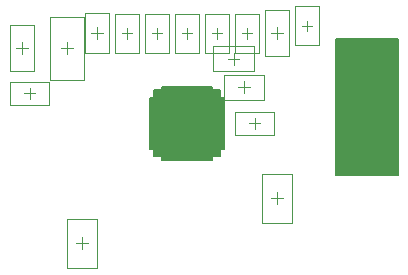
<source format=gbr>
G04*
G04 #@! TF.GenerationSoftware,Altium Limited,Altium Designer,24.0.1 (36)*
G04*
G04 Layer_Color=32768*
%FSLAX25Y25*%
%MOIN*%
G70*
G04*
G04 #@! TF.SameCoordinates,852D5C1C-0582-447D-AFC5-A22B4F0E1159*
G04*
G04*
G04 #@! TF.FilePolarity,Positive*
G04*
G01*
G75*
%ADD10C,0.00600*%
%ADD60C,0.00394*%
%ADD61C,0.00197*%
G36*
X144110Y198950D02*
X141450D01*
Y201610D01*
X140250D01*
Y218390D01*
X141450D01*
Y221050D01*
X144110D01*
Y222250D01*
X160890D01*
Y221050D01*
X163550D01*
Y218390D01*
X164750D01*
Y201610D01*
X163550D01*
Y198950D01*
X160890D01*
Y197750D01*
X144110D01*
Y198950D01*
D02*
G37*
G36*
X202250Y192644D02*
Y238144D01*
X222750D01*
Y192644D01*
X202250D01*
D02*
G37*
D10*
X141450Y198950D02*
X144110D01*
Y197750D02*
Y198950D01*
Y197750D02*
X160890D01*
Y198950D01*
X163550D01*
Y201610D01*
X164750D01*
Y218390D01*
X163550D02*
X164750D01*
X163550D02*
Y221050D01*
X160890D02*
X163550D01*
X160890D02*
Y222250D01*
X144110D02*
X160890D01*
X144110Y221050D02*
Y222250D01*
X141450Y221050D02*
X144110D01*
X141450Y218390D02*
Y221050D01*
X140250Y218390D02*
X141450D01*
X140250Y201610D02*
Y218390D01*
Y201610D02*
X141450D01*
Y198950D02*
Y201610D01*
X202250Y238144D02*
X222750D01*
Y192644D02*
Y238144D01*
X202250Y192644D02*
X222750D01*
X202250D02*
Y238144D01*
D60*
X117500Y168032D02*
Y171968D01*
X115532Y170000D02*
X119468D01*
X171500Y220031D02*
Y223969D01*
X169532Y222000D02*
X173468D01*
X166032Y231500D02*
X169968D01*
X168000Y229532D02*
Y233469D01*
X173228Y210000D02*
X176772D01*
X175000Y208228D02*
Y211772D01*
X180532Y185000D02*
X184468D01*
X182500Y183031D02*
Y186969D01*
X152500Y238228D02*
Y241772D01*
X150728Y240000D02*
X154272D01*
X192500Y240728D02*
Y244272D01*
X190728Y242500D02*
X194272D01*
X95531Y235000D02*
X99468D01*
X97500Y233032D02*
Y236968D01*
X180532Y240000D02*
X184468D01*
X182500Y238032D02*
Y241968D01*
X98228Y220000D02*
X101772D01*
X100000Y218228D02*
Y221772D01*
X112500Y233032D02*
Y236968D01*
X110531Y235000D02*
X114469D01*
X172500Y238228D02*
Y241772D01*
X170728Y240000D02*
X174272D01*
X132500Y238228D02*
Y241772D01*
X130728Y240000D02*
X134272D01*
X122500Y238032D02*
Y241968D01*
X120531Y240000D02*
X124469D01*
X142500Y238228D02*
Y241772D01*
X140728Y240000D02*
X144272D01*
X162500Y238228D02*
Y241772D01*
X160728Y240000D02*
X164272D01*
D61*
X112579Y161732D02*
X122421D01*
X112579Y178268D02*
X122421D01*
X112579Y161732D02*
Y178268D01*
X122421Y161732D02*
Y178268D01*
X164807Y226134D02*
X178193D01*
X164807Y217866D02*
X178193D01*
X164807D02*
Y226134D01*
X178193Y217866D02*
Y226134D01*
X161307Y227366D02*
Y235634D01*
X174693Y227366D02*
Y235634D01*
X161307D02*
X174693D01*
X161307Y227366D02*
X174693D01*
X168504Y206063D02*
Y213937D01*
X181496Y206063D02*
Y213937D01*
X168504D02*
X181496D01*
X168504Y206063D02*
X181496D01*
X187421Y176732D02*
Y193268D01*
X177579Y176732D02*
Y193268D01*
X187421D01*
X177579Y176732D02*
X187421D01*
X148563Y233504D02*
X156437D01*
X148563Y246496D02*
X156437D01*
X148563Y233504D02*
Y246496D01*
X156437Y233504D02*
Y246496D01*
X188563Y236004D02*
X196437D01*
X188563Y248996D02*
X196437D01*
X188563Y236004D02*
Y248996D01*
X196437Y236004D02*
Y248996D01*
X101437Y227323D02*
Y242677D01*
X93563Y227323D02*
Y242677D01*
X101437D01*
X93563Y227323D02*
X101437D01*
X178563Y232323D02*
Y247677D01*
X186437Y232323D02*
Y247677D01*
X178563Y232323D02*
X186437D01*
X178563Y247677D02*
X186437D01*
X93504Y216063D02*
Y223937D01*
X106496Y216063D02*
Y223937D01*
X93504D02*
X106496D01*
X93504Y216063D02*
X106496D01*
X106988Y224567D02*
X118012D01*
X106988Y245433D02*
X118012D01*
X106988Y224567D02*
Y245433D01*
X118012Y224567D02*
Y245433D01*
X168563Y233504D02*
X176437D01*
X168563Y246496D02*
X176437D01*
X168563Y233504D02*
Y246496D01*
X176437Y233504D02*
Y246496D01*
X128563Y233504D02*
X136437D01*
X128563Y246496D02*
X136437D01*
X128563Y233504D02*
Y246496D01*
X136437Y233504D02*
Y246496D01*
X118366Y233307D02*
X126634D01*
X118366Y246693D02*
X126634D01*
X118366Y233307D02*
Y246693D01*
X126634Y233307D02*
Y246693D01*
X138563Y233504D02*
X146437D01*
X138563Y246496D02*
X146437D01*
X138563Y233504D02*
Y246496D01*
X146437Y233504D02*
Y246496D01*
X158563Y233504D02*
X166437D01*
X158563Y246496D02*
X166437D01*
X158563Y233504D02*
Y246496D01*
X166437Y233504D02*
Y246496D01*
M02*

</source>
